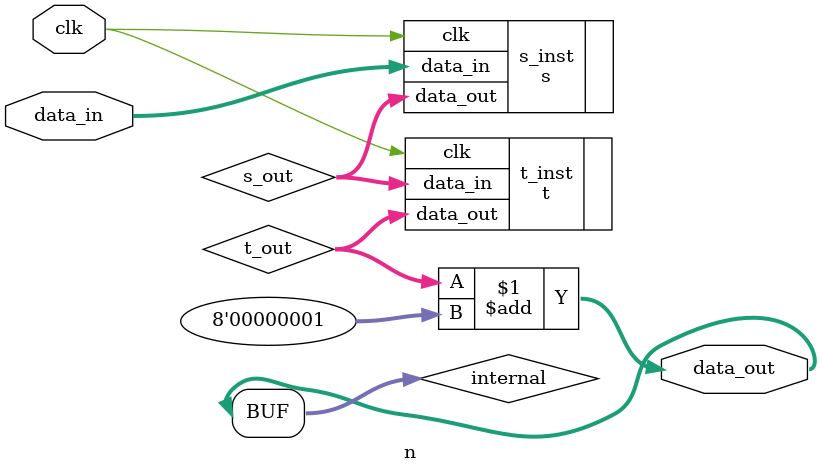
<source format=sv>
module n (
    input logic clk,
    input logic [7:0] data_in,
    output logic [7:0] data_out
);
    logic [7:0] internal;
    logic [7:0] s_out, t_out;

    // Instantiate submodules
    s s_inst (
        .clk(clk),
        .data_in(data_in),
        .data_out(s_out)
    );

    t t_inst (
        .clk(clk),
        .data_in(s_out),
        .data_out(t_out)
    );

    assign internal = t_out + 8'h01;
    assign data_out = internal;

endmodule

</source>
